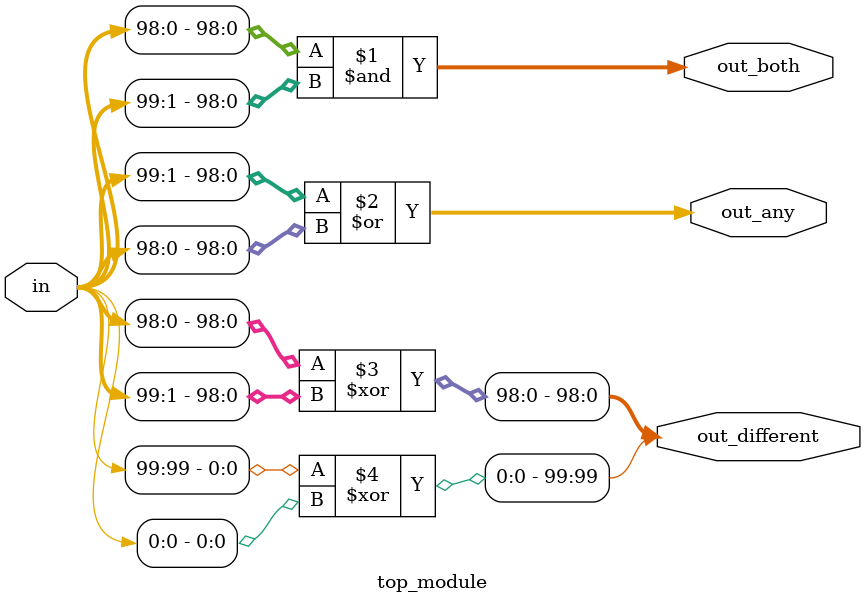
<source format=sv>
module top_module (
    input [99:0] in,
    output [98:0] out_both,
    output [99:1] out_any,
    output [99:0] out_different
);

    // Generate out_both: Each bit indicates whether both the corresponding input bit and its neighbour to the left are '1'.
    // out_both[98] should check in[98] and in[99] so we need to shift the input vector left by 1 bit and AND with original vector.
    assign out_both = in[98:0] & in[99:1];

    // Generate out_any: Each bit indicates whether any of the corresponding input bit and its neighbour to the right are '1'.
    // out_any[2] should check in[2] or in[1] so we need to shift the input vector right by 1 bit and OR with original vector.
    assign out_any = in[99:1] | in[98:0];

    // Generate out_different: Each bit indicates whether the corresponding input bit is different from its neighbour to the left.
    // Requires wrap-around behavior.
    // out_different[98] should check if in[98] is different from in[99]; out_different[99] should check if in[99] is different from in[0].
    assign out_different[98:0] = in[98:0] ^ in[99:1];
    assign out_different[99] = in[99] ^ in[0];

endmodule

</source>
